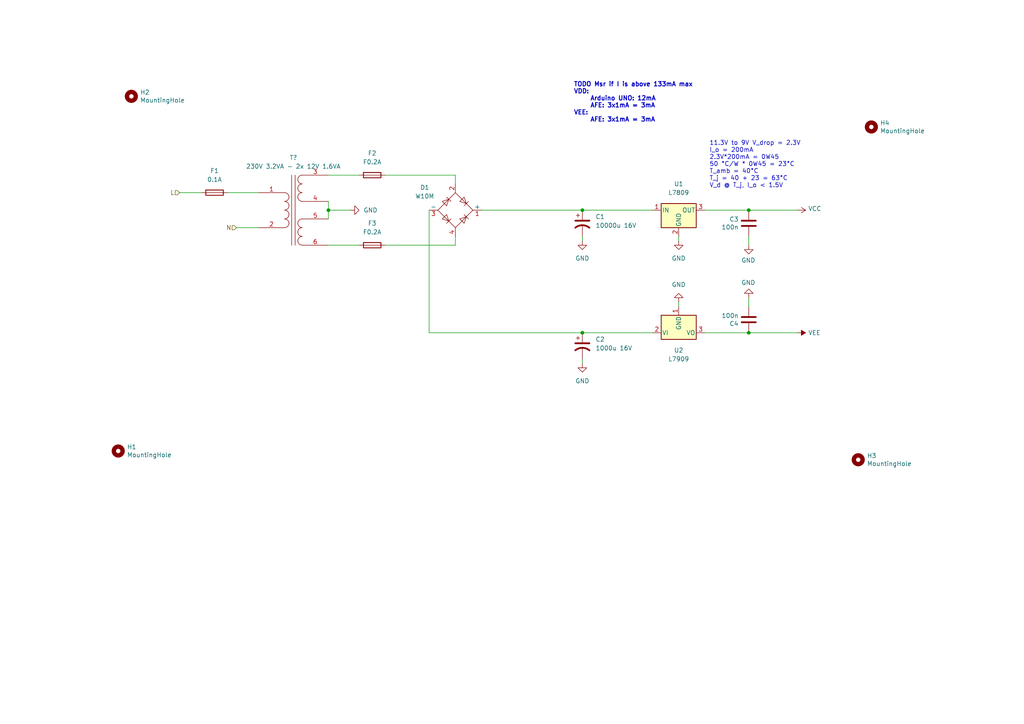
<source format=kicad_sch>
(kicad_sch (version 20211123) (generator eeschema)
  (paper "A4")
  (lib_symbols
    (symbol "Device:C" (pin_numbers hide) (pin_names (offset 0.254))
      (property "Reference" "C" (at 0.635 2.54 0))
      (property "Value" "C" (at 0.635 -2.54 0))
      (symbol "C_0_1"
        (polyline (pts (xy -2.032 -0.762) (xy 2.032 -0.762)) (stroke (width 0.508)))
        (polyline (pts (xy -2.032 0.762) (xy 2.032 0.762)) (stroke (width 0.508)))
      )
      (symbol "C_1_1"
        (pin passive line (at 0 3.81 270) (length 2.794) (name "~") (number "1"))
        (pin passive line (at 0 -3.81 90) (length 2.794) (name "~") (number "2"))
      )
    )
    (symbol "Device:C_Polarized_US" (pin_numbers hide) (pin_names (offset 0.254) hide)
      (property "Reference" "C" (at 0.635 2.54 0))
      (property "Value" "C_Polarized_US" (at 0.635 -2.54 0))
      (symbol "C_Polarized_US_0_1"
        (polyline (pts (xy -2.032 0.762) (xy 2.032 0.762)) (stroke (width 0.508)))
        (polyline (pts (xy -1.778 2.286) (xy -0.762 2.286)))
        (polyline (pts (xy -1.27 1.778) (xy -1.27 2.794)))
        (arc (start 2.032 -1.27) (mid 0 -0.5572) (end -2.032 -1.27) (stroke (width 0.508)))
      )
      (symbol "C_Polarized_US_1_1"
        (pin passive line (at 0 3.81 270) (length 2.794) (name "~") (number "1"))
        (pin passive line (at 0 -3.81 90) (length 3.302) (name "~") (number "2"))
      )
    )
    (symbol "Device:Fuse" (pin_numbers hide) (pin_names (offset 0))
      (property "Reference" "F" (at 2.032 0 90))
      (property "Value" "Fuse" (at -1.905 0 90))
      (symbol "Fuse_0_1"
        (rectangle (start -0.762 -2.54) (end 0.762 2.54) (stroke (width 0.254)))
        (polyline (pts (xy 0 2.54) (xy 0 -2.54)))
      )
      (symbol "Fuse_1_1"
        (pin passive line (at 0 3.81 270) (length 1.27) (name "~") (number "1"))
        (pin passive line (at 0 -3.81 90) (length 1.27) (name "~") (number "2"))
      )
    )
    (symbol "Device:Transformer_1P_2S" (pin_names (offset 1.016) hide)
      (property "Reference" "T" (at 0 12.7 0))
      (property "Value" "Transformer_1P_2S" (at 0 -12.7 0))
      (symbol "Transformer_1P_2S_0_1"
        (arc (start -2.54 -5.0546) (mid -1.6599 -4.6901) (end -1.27 -3.81))
        (arc (start -2.54 -2.5146) (mid -1.6599 -2.1501) (end -1.27 -1.27))
        (arc (start -2.54 0.0254) (mid -1.6599 0.3899) (end -1.27 1.27))
        (arc (start -2.54 2.5654) (mid -1.6599 2.9299) (end -1.27 3.81))
        (arc (start -1.27 -3.81) (mid -1.642 -2.912) (end -2.54 -2.54))
        (arc (start -1.27 -1.27) (mid -1.642 -0.372) (end -2.54 0))
        (arc (start -1.27 1.27) (mid -1.642 2.168) (end -2.54 2.54))
        (arc (start -1.27 3.81) (mid -1.642 4.708) (end -2.54 5.08))
        (polyline (pts (xy -0.508 -10.16) (xy -0.508 10.16)))
        (polyline (pts (xy 0.508 10.16) (xy 0.508 -10.16)))
        (arc (start 1.2954 -8.89) (mid 1.6599 -9.7701) (end 2.54 -10.1346))
        (arc (start 1.2954 -6.35) (mid 1.6599 -7.2301) (end 2.54 -7.5946))
        (arc (start 1.2954 -3.81) (mid 1.6599 -4.6901) (end 2.54 -5.0546))
        (arc (start 1.2954 3.81) (mid 1.6599 2.9299) (end 2.54 2.5654))
        (arc (start 1.2954 6.35) (mid 1.6599 5.4699) (end 2.54 5.1054))
        (arc (start 1.2954 8.89) (mid 1.6599 8.0099) (end 2.54 7.6454))
        (arc (start 2.54 -7.62) (mid 1.642 -7.992) (end 1.2954 -8.89))
        (arc (start 2.54 -5.08) (mid 1.642 -5.452) (end 1.2954 -6.35))
        (arc (start 2.54 -2.54) (mid 1.642 -2.912) (end 1.2954 -3.81))
        (arc (start 2.54 5.08) (mid 1.642 4.708) (end 1.2954 3.81))
        (arc (start 2.54 7.62) (mid 1.642 7.248) (end 1.2954 6.35))
        (arc (start 2.54 10.16) (mid 1.642 9.788) (end 1.2954 8.89))
      )
      (symbol "Transformer_1P_2S_1_1"
        (pin passive line (at -10.16 5.08 0) (length 7.62) (name "AA") (number "1"))
        (pin passive line (at -10.16 -5.08 0) (length 7.62) (name "AB") (number "2"))
        (pin passive line (at 10.16 10.16 180) (length 7.62) (name "SA") (number "3"))
        (pin passive line (at 10.16 2.54 180) (length 7.62) (name "SB") (number "4"))
        (pin passive line (at 10.16 -2.54 180) (length 7.62) (name "SC") (number "5"))
        (pin passive line (at 10.16 -10.16 180) (length 7.62) (name "SD") (number "6"))
      )
    )
    (symbol "Diode_Bridge:W10G" (pin_names (offset 0))
      (property "Reference" "D" (at 2.54 6.985 0))
      (property "Value" "W10G" (at 2.54 5.08 0))
      (symbol "W10G_0_1"
        (polyline (pts (xy -2.54 3.81) (xy -1.27 2.54)))
        (polyline (pts (xy -1.27 -2.54) (xy -2.54 -3.81)))
        (polyline (pts (xy 2.54 -1.27) (xy 3.81 -2.54)))
        (polyline (pts (xy 2.54 1.27) (xy 3.81 2.54)))
        (polyline (pts (xy -3.81 2.54) (xy -2.54 1.27) (xy -1.905 3.175) (xy -3.81 2.54)))
        (polyline (pts (xy -2.54 -1.27) (xy -3.81 -2.54) (xy -1.905 -3.175) (xy -2.54 -1.27)))
        (polyline (pts (xy 1.27 2.54) (xy 2.54 3.81) (xy 3.175 1.905) (xy 1.27 2.54)))
        (polyline (pts (xy 3.175 -1.905) (xy 1.27 -2.54) (xy 2.54 -3.81) (xy 3.175 -1.905)))
        (polyline (pts (xy -5.08 0) (xy 0 -5.08) (xy 5.08 0) (xy 0 5.08) (xy -5.08 0)))
      )
      (symbol "W10G_1_1"
        (pin passive line (at 7.62 0 180) (length 2.54) (name "+") (number "1"))
        (pin passive line (at 0 -7.62 90) (length 2.54) (name "~") (number "2"))
        (pin passive line (at -7.62 0 0) (length 2.54) (name "-") (number "3"))
        (pin passive line (at 0 7.62 270) (length 2.54) (name "~") (number "4"))
      )
    )
    (symbol "Mechanical:MountingHole" (pin_names (offset 1.016))
      (property "Reference" "H" (at 0 5.08 0))
      (property "Value" "MountingHole" (at 0 3.175 0))
      (symbol "MountingHole_0_1"
        (circle (center 0 0) (radius 1.27) (stroke (width 1.27)))
      )
    )
    (symbol "Regulator_Linear:L7809" (pin_names (offset 0.254))
      (property "Reference" "U" (at -3.81 3.175 0))
      (property "Value" "L7809" (at 0 3.175 0))
      (symbol "L7809_0_1"
        (rectangle (start -5.08 1.905) (end 5.08 -5.08) (stroke (width 0.254)) (fill (type background)))
      )
      (symbol "L7809_1_1"
        (pin power_in line (at -7.62 0 0) (length 2.54) (name "IN") (number "1"))
        (pin power_in line (at 0 -7.62 90) (length 2.54) (name "GND") (number "2"))
        (pin power_out line (at 7.62 0 180) (length 2.54) (name "OUT") (number "3"))
      )
    )
    (symbol "Regulator_Linear:L7905" (pin_names (offset 0.254))
      (property "Reference" "U" (at -3.81 -3.175 0))
      (property "Value" "L7905" (at 0 -3.175 0))
      (symbol "L7905_0_1"
        (rectangle (start -5.08 5.08) (end 5.08 -1.905) (stroke (width 0.254)) (fill (type background)))
      )
      (symbol "L7905_1_1"
        (pin power_in line (at 0 7.62 270) (length 2.54) (name "GND") (number "1"))
        (pin power_in line (at -7.62 0 0) (length 2.54) (name "VI") (number "2"))
        (pin power_out line (at 7.62 0 180) (length 2.54) (name "VO") (number "3"))
      )
    )
    (symbol "power:GND" (power) (pin_names (offset 0))
      (property "Value" "GND" (at 0 -3.81 0))
      (symbol "GND_0_1"
        (polyline (pts (xy 0 0) (xy 0 -1.27) (xy 1.27 -1.27) (xy 0 -2.54) (xy -1.27 -1.27) (xy 0 -1.27)))
      )
      (symbol "GND_1_1"
        (pin power_in line (at 0 0 270) (length 0) hide (name "GND") (number "1"))
      )
    )
    (symbol "power:VCC" (power) (pin_names (offset 0))
      (property "Value" "VCC" (at 0 3.81 0))
      (symbol "VCC_0_1"
        (polyline (pts (xy -0.762 1.27) (xy 0 2.54)))
        (polyline (pts (xy 0 0) (xy 0 2.54)))
        (polyline (pts (xy 0 2.54) (xy 0.762 1.27)))
      )
      (symbol "VCC_1_1"
        (pin power_in line (at 0 0 90) (length 0) hide (name "VCC") (number "1"))
      )
    )
    (symbol "power:VEE" (power) (pin_names (offset 0))
      (property "Value" "VEE" (at 0 3.81 0))
      (symbol "VEE_0_1"
        (polyline (pts (xy 0 0) (xy 0 2.54)))
        (polyline (pts (xy 0.762 1.27) (xy -0.762 1.27) (xy 0 2.54) (xy 0.762 1.27)) (fill (type outline)))
      )
      (symbol "VEE_1_1"
        (pin power_in line (at 0 0 90) (length 0) hide (name "VEE") (number "1"))
      )
    )
  )
  (junction (at 217.17 96.52))
  (junction (at 95.25 60.96))
  (junction (at 217.17 60.96))
  (junction (at 168.91 60.96))
  (junction (at 168.91 96.52))
  (wire (pts (xy 132.08 50.8) (xy 132.08 53.34)))
  (wire (pts (xy 217.17 71.12) (xy 217.17 68.58)))
  (wire (pts (xy 124.46 96.52) (xy 168.91 96.52)))
  (wire (pts (xy 196.85 87.63) (xy 196.85 88.9)))
  (wire (pts (xy 66.04 55.88) (xy 74.93 55.88)))
  (wire (pts (xy 204.47 96.52) (xy 217.17 96.52)))
  (wire (pts (xy 111.76 50.8) (xy 132.08 50.8)))
  (wire (pts (xy 95.25 50.8) (xy 104.14 50.8)))
  (wire (pts (xy 196.85 69.85) (xy 196.85 68.58)))
  (wire (pts (xy 168.91 69.85) (xy 168.91 68.58)))
  (wire (pts (xy 168.91 96.52) (xy 189.23 96.52)))
  (wire (pts (xy 132.08 71.12) (xy 132.08 68.58)))
  (wire (pts (xy 204.47 60.96) (xy 217.17 60.96)))
  (wire (pts (xy 95.25 60.96) (xy 95.25 63.5)))
  (wire (pts (xy 95.25 60.96) (xy 101.6 60.96)))
  (wire (pts (xy 68.58 66.04) (xy 74.93 66.04)))
  (wire (pts (xy 139.7 60.96) (xy 168.91 60.96)))
  (wire (pts (xy 95.25 71.12) (xy 104.14 71.12)))
  (wire (pts (xy 217.17 96.52) (xy 231.14 96.52)))
  (wire (pts (xy 124.46 96.52) (xy 124.46 60.96)))
  (wire (pts (xy 217.17 86.36) (xy 217.17 88.9)))
  (wire (pts (xy 168.91 105.41) (xy 168.91 104.14)))
  (wire (pts (xy 168.91 60.96) (xy 189.23 60.96)))
  (wire (pts (xy 52.07 55.88) (xy 58.42 55.88)))
  (wire (pts (xy 95.25 58.42) (xy 95.25 60.96)))
  (wire (pts (xy 217.17 60.96) (xy 231.14 60.96)))
  (wire (pts (xy 111.76 71.12) (xy 132.08 71.12)))
  (text "TODO Msr if I is above 133mA max\nVDD:\n	Arduino UNO: 12mA\n	AFE: 3x1mA = 3mA\nVEE:\n	AFE: 3x1mA = 3mA" (at 166.37 35.56 0) (effects (font (size 1.27 1.27) (thickness 0.254) bold) (justify left bottom)))
  (text "11.3V to 9V V_drop = 2.3V\nI_o = 200mA\n2.3V*200mA = 0W45\n50 °C/W * 0W45 = 23°C\nT_amb = 40°C\nT_j = 40 + 23 = 63°C\nV_d @ T_j, I_o < 1.5V" (at 205.74 54.61 0) (effects (font (size 1.27 1.27)) (justify left bottom)))
  (hierarchical_label "N" (shape input) (at 68.58 66.04 180))
  (hierarchical_label "L" (shape input) (at 52.07 55.88 180))
  (symbol (lib_id "Mechanical:MountingHole") (at 252.73 36.83 0) (unit 1)
    (property "Reference" "H4" (at 255.27 35.6616 0) (effects (justify left)))
    (property "Value" "MountingHole" (at 255.27 37.973 0) (effects (justify left)))
    (property "Footprint" "MountingHole:MountingHole_3.2mm_M3_ISO7380_Pad" (effects hide))
  )
  (symbol (lib_id "Device:Fuse") (at 107.95 71.12 90) (unit 1)
    (property "Reference" "F3" (at 107.95 64.77 90))
    (property "Value" "F0.2A" (at 107.95 67.31 90))
    (property "Footprint" "Fuse:Fuseholder_Clip-5x20mm_Littelfuse_111_Inline_P20.00x5.00mm_D1.05mm_Horizontal" (effects hide))
  )
  (symbol (lib_id "power:GND") (at 168.91 69.85 0) (unit 1)
    (property "Reference" "#PWR05" (effects hide))
    (property "Value" "GND" (at 168.91 74.93 0))
  )
  (symbol (lib_id "power:GND") (at 196.85 87.63 180) (unit 1)
    (property "Reference" "#PWR08" (effects hide))
    (property "Value" "GND" (at 196.85 82.55 0))
  )
  (symbol (lib_id "Diode_Bridge:W10G") (at 132.08 60.96 0) (mirror x) (unit 1)
    (property "Reference" "D1" (at 123.19 54.3812 0))
    (property "Value" "W10M" (at 123.19 56.9212 0))
    (property "Footprint" "Diode_THT:Diode_Bridge_Round_D9.8mm" (effects hide))
    (property "Datasheet" "https://www.vishay.com/docs/88769/woo5g.pdf" (effects hide))
  )
  (symbol (lib_id "power:VEE") (at 231.14 96.52 270) (mirror x) (unit 1)
    (property "Reference" "#PWR012" (effects hide))
    (property "Value" "VEE" (at 236.22 96.52 90))
  )
  (symbol (lib_id "Regulator_Linear:L7905") (at 196.85 96.52 0) (unit 1)
    (property "Reference" "U2" (at 196.85 101.6 0))
    (property "Value" "L7909" (at 196.85 104.14 0))
    (property "Footprint" "Package_TO_SOT_THT:TO-220-3_Vertical" (effects hide))
    (property "Datasheet" "http://www.st.com/content/ccc/resource/technical/document/datasheet/c9/16/86/41/c7/2b/45/f2/CD00000450.pdf/files/CD00000450.pdf/jcr:content/translations/en.CD00000450.pdf" (effects hide))
  )
  (symbol (lib_id "Device:C") (at 217.17 64.77 0) (mirror y) (unit 1)
    (property "Reference" "C3" (at 214.249 63.6016 0) (effects (justify left)))
    (property "Value" "100n" (at 214.249 65.913 0) (effects (justify left)))
    (property "Footprint" "For_Rasterboard:C_Disc_D3.0mm_W1.6mm_P2.50mm" (effects hide))
  )
  (symbol (lib_id "Device:Transformer_1P_2S") (at 85.09 60.96 0) (unit 1)
    (property "Reference" "T?" (at 85.09 45.72 0))
    (property "Value" "230V 3.2VA - 2x 12V 1.6VA" (at 85.09 48.26 0))
    (property "Footprint" "For_Rasterboard:Transformer-3VA_2xSec" (effects hide))
  )
  (symbol (lib_id "Device:Fuse") (at 107.95 50.8 90) (unit 1)
    (property "Reference" "F2" (at 107.95 44.45 90))
    (property "Value" "F0.2A" (at 107.95 46.99 90))
    (property "Footprint" "Fuse:Fuseholder_Clip-5x20mm_Littelfuse_111_Inline_P20.00x5.00mm_D1.05mm_Horizontal" (effects hide))
  )
  (symbol (lib_id "Mechanical:MountingHole") (at 38.1 27.94 0) (unit 1)
    (property "Reference" "H2" (at 40.64 26.7716 0) (effects (justify left)))
    (property "Value" "MountingHole" (at 40.64 29.083 0) (effects (justify left)))
    (property "Footprint" "MountingHole:MountingHole_3.2mm_M3_ISO7380_Pad" (effects hide))
  )
  (symbol (lib_id "Mechanical:MountingHole") (at 34.29 130.81 0) (unit 1)
    (property "Reference" "H1" (at 36.83 129.6416 0) (effects (justify left)))
    (property "Value" "MountingHole" (at 36.83 131.953 0) (effects (justify left)))
    (property "Footprint" "MountingHole:MountingHole_3.2mm_M3_ISO7380_Pad" (effects hide))
  )
  (symbol (lib_id "Device:C") (at 217.17 92.71 180) (unit 1)
    (property "Reference" "C4" (at 214.249 93.8784 0) (effects (justify left)))
    (property "Value" "100n" (at 214.249 91.567 0) (effects (justify left)))
    (property "Footprint" "For_Rasterboard:C_Disc_D3.0mm_W1.6mm_P2.50mm" (effects hide))
  )
  (symbol (lib_id "power:GND") (at 101.6 60.96 90) (unit 1)
    (property "Reference" "#PWR04" (effects hide))
    (property "Value" "GND" (at 105.41 60.9601 90) (effects (justify right)))
  )
  (symbol (lib_id "power:GND") (at 217.17 71.12 0) (mirror y) (unit 1)
    (property "Reference" "#PWR09" (effects hide))
    (property "Value" "GND" (at 217.043 75.5142 0))
  )
  (symbol (lib_id "power:GND") (at 168.91 105.41 0) (unit 1)
    (property "Reference" "#PWR06" (effects hide))
    (property "Value" "GND" (at 168.91 110.49 0))
  )
  (symbol (lib_id "power:GND") (at 217.17 86.36 180) (unit 1)
    (property "Reference" "#PWR010" (effects hide))
    (property "Value" "GND" (at 217.043 81.9658 0))
  )
  (symbol (lib_id "Device:C_Polarized_US") (at 168.91 64.77 0) (unit 1)
    (property "Reference" "C1" (at 172.72 62.8649 0) (effects (justify left)))
    (property "Value" "10000u 16V" (at 172.72 65.4049 0) (effects (justify left)))
    (property "Footprint" "Capacitor_THT:CP_Radial_D16.0mm_P7.50mm" (effects hide))
  )
  (symbol (lib_id "Mechanical:MountingHole") (at 248.92 133.35 0) (unit 1)
    (property "Reference" "H3" (at 251.46 132.1816 0) (effects (justify left)))
    (property "Value" "MountingHole" (at 251.46 134.493 0) (effects (justify left)))
    (property "Footprint" "MountingHole:MountingHole_3.2mm_M3_ISO7380_Pad" (effects hide))
  )
  (symbol (lib_id "power:VCC") (at 231.14 60.96 270) (mirror x) (unit 1)
    (property "Reference" "#PWR011" (effects hide))
    (property "Value" "VCC" (at 234.3912 60.5282 90) (effects (justify left)))
  )
  (symbol (lib_id "power:GND") (at 196.85 69.85 0) (unit 1)
    (property "Reference" "#PWR07" (effects hide))
    (property "Value" "GND" (at 196.85 74.93 0))
  )
  (symbol (lib_id "Regulator_Linear:L7809") (at 196.85 60.96 0) (unit 1)
    (property "Reference" "U1" (at 196.85 53.34 0))
    (property "Value" "L7809" (at 196.85 55.88 0))
    (property "Footprint" "Package_TO_SOT_THT:TO-220-3_Vertical" (effects hide))
    (property "Datasheet" "http://www.st.com/content/ccc/resource/technical/document/datasheet/41/4f/b3/b0/12/d4/47/88/CD00000444.pdf/files/CD00000444.pdf/jcr:content/translations/en.CD00000444.pdf" (effects hide))
  )
  (symbol (lib_id "Device:Fuse") (at 62.23 55.88 90) (unit 1)
    (property "Reference" "F1" (at 62.23 49.53 90))
    (property "Value" "0.1A" (at 62.23 52.07 90))
    (property "Footprint" "Fuse:Fuseholder_Clip-5x20mm_Littelfuse_111_Inline_P20.00x5.00mm_D1.05mm_Horizontal" (effects hide))
  )
  (symbol (lib_id "Device:C_Polarized_US") (at 168.91 100.33 0) (unit 1)
    (property "Reference" "C2" (at 172.72 98.4249 0) (effects (justify left)))
    (property "Value" "1000u 16V" (at 172.72 100.9649 0) (effects (justify left)))
    (property "Footprint" "Capacitor_THT:CP_Radial_D10.0mm_P5.00mm" (effects hide))
  )
)
</source>
